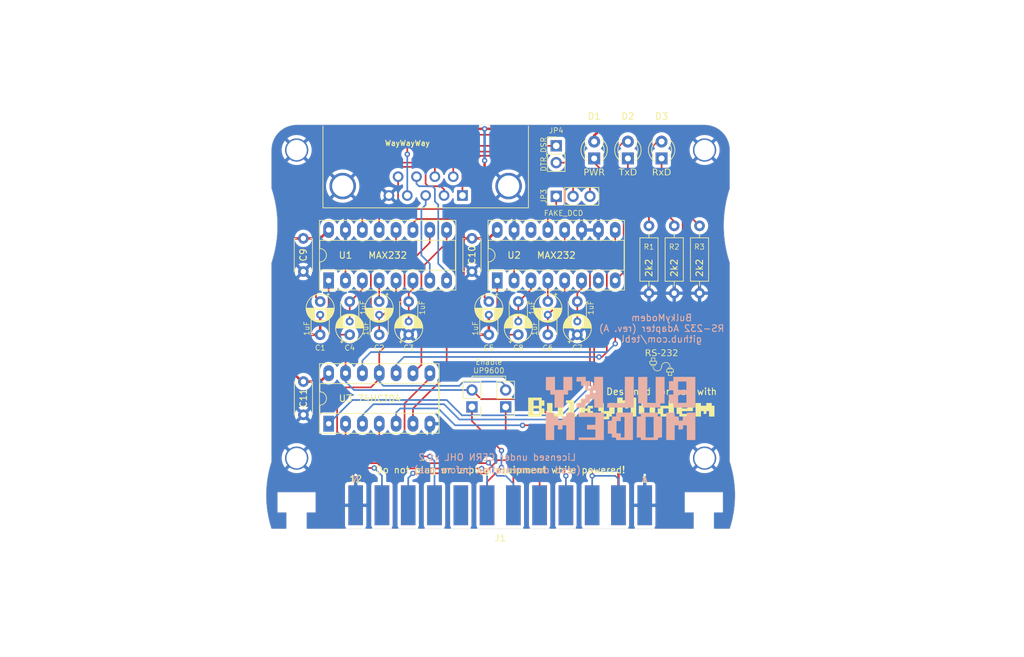
<source format=kicad_pcb>
(kicad_pcb (version 20240108) (generator "pcbnew") (generator_version "8.0")
  (layers (0 "F.Cu" signal) (31 "B.Cu" signal) (34 "B.Paste" user) (35 "F.Paste" user) (36 "B.SilkS" user "B.Silkscreen") (37 "F.SilkS" user "F.Silkscreen") (38 "B.Mask" user) (39 "F.Mask" user) (44 "Edge.Cuts" user))
  (net 0 "")
  (net 1 "GND")
  (net 2 "Net-(U1-VS+)")
  (net 3 "+5V")
  (net 4 "Net-(U1-C2-)")
  (net 5 "Net-(U1-C2+)")
  (net 6 "Net-(U1-VS-)")
  (net 7 "Net-(U1-C1-)")
  (net 8 "Net-(U1-C1+)")
  (net 9 "Net-(U2-VS+)")
  (net 13 "Net-(U2-C2+)")
  (net 14 "Net-(J1-SP1)")
  (net 17 "Net-(J1-CNT2)")
  (net 20 "Net-(J1-SP2)")
  (net 21 "Net-(U2-C2-)")
  (net 23 "Net-(U2-VS-)")
  (net 24 "Net-(U2-C1-)")
  (net 25 "Net-(U2-C1+)")
  (net 26 "Net-(D1-K)")
  (net 27 "Net-(D2-A)")
  (net 28 "C64.CTS")
  (net 29 "C64.RI")
  (net 30 "C64.DCD")
  (net 31 "C64.RXD")
  (net 32 "Net-(D2-K)")
  (net 33 "C64.RTS")
  (net 34 "C64.TXD")
  (net 35 "/RS-232/DTE.DCD")
  (net 36 "Net-(JP3-C)")
  (net 37 "Net-(JP3-B)")
  (net 38 "Net-(JP4-A)")
  (net 39 "Net-(D3-K)")
  (net 40 "/RS-232/DTE.RxD")
  (net 41 "Net-(U1-T1IN)")
  (net 42 "/RS-232/DTE.TxD")
  (net 43 "Net-(U1-R2OUT)")
  (net 44 "/RS-232/DTE.CTS")
  (net 45 "/RS-232/DTE.RTS")
  (net 46 "/RS-232/DTE.RI")
  (net 47 "Net-(U2-R2OUT)")
  (net 48 "Net-(U2-R1OUT)")
  (net 51 "Net-(D3-A)")
  (footprint "C64_User_Port:C64_User-Port" (layer "F.Cu") (at 173.355 105.41)
    (property "Reference" "J1")
    (property "Value" "C64_UserPort")
  )
  (footprint "mounting:M3_pin" (layer "F.Cu") (at 182.372 51.833498)
    (property "Reference" "M3" (hide yes))
    (property "Value" "Mounting" (hide yes))
  )
  (footprint "mounting:M3_pin" (layer "F.Cu") (at 120.904 51.833498)
    (property "Reference" "M4" (hide yes))
    (property "Value" "Mounting" (hide yes))
  )
  (footprint "mounting:M3_pin" (layer "F.Cu") (at 182.372 98.298)
    (property "Reference" "M2" (hide yes))
    (property "Value" "Mounting" (hide yes))
  )
  (footprint "mounting:M3_pin" (layer "F.Cu") (at 120.904 98.298)
    (property "Reference" "M1" (hide yes))
    (property "Value" "Mounting" (hide yes))
  )
  (footprint "Connector_PinHeader_2.54mm:PinHeader_1x02_P2.54mm_Vertical" (layer "F.Cu") (at 152.4 90.568499 180)
    (property "Reference" "JP1" (hide yes))
    (property "Value" "UP9600")
  )
  (footprint "Connector_PinHeader_2.54mm:PinHeader_1x02_P2.54mm_Vertical" (layer "F.Cu") (at 147.32 90.568499 180)
    (property "Reference" "JP2" (hide yes))
    (property "Value" "UP9600")
  )
  (footprint "BulkyModem:CP_Radial_D4.0mm_P2.00mm_Custom" (layer "F.Cu") (at 124.45 74.683499 -90)
    (property "Reference" "C1")
    (property "Value" "1uF")
  )
  (footprint "Package_DIP:DIP-16_W7.62mm_Socket_LongPads" (layer "F.Cu") (at 151.13 71.508499 90)
    (property "Reference" "U2")
    (property "Value" "MAX232")
  )
  (footprint "Connector_PinHeader_2.54mm:PinHeader_1x03_P2.54mm_Vertical" (layer "F.Cu") (at 160.02 58.818499 90)
    (property "Reference" "JP3")
    (property "Value" "FAKE_DCD")
  )
  (footprint "artwork:BulkyModem_small" (layer "F.Cu") (at 169.8244 90.805)
    (property "Reference" "G***" (hide yes))
    (property "Value" "LOGO" (hide yes))
  )
  (footprint "Connector_PinHeader_2.54mm:PinHeader_1x02_P2.54mm_Vertical" (layer "F.Cu") (at 160.02 51.198499)
    (property "Reference" "JP4")
    (property "Value" "DTR_DSR")
  )
  (footprint "BulkyModem:CP_Radial_D4.0mm_P2.00mm_Custom" (layer "F.Cu") (at 154.305 79.683499 90)
    (property "Reference" "C8")
    (property "Value" "1uF")
  )
  (footprint "BulkyModem:CP_Radial_D4.0mm_P2.00mm_Custom" (layer "F.Cu") (at 158.75 74.683499 -90)
    (property "Reference" "C6")
    (property "Value" "1uF")
  )
  (footprint "Capacitor_THT:C_Disc_D4.7mm_W2.5mm_P5.00mm" (layer "F.Cu") (at 121.91 65.158499 -90)
    (property "Reference" "C9")
    (property "Value" "100nF")
  )
  (footprint "RND_DSUB:DSUB-9_Male_Horizontal_P2.77x2.84mm_EdgePinOffset7.70mm_Housed_MountingHolesOffset9.12mm" (layer "F.Cu") (at 145.885 58.691498 180)
    (property "Reference" "J2" (hide yes))
    (property "Value" "RS-232")
  )
  (footprint "Capacitor_THT:C_Disc_D4.7mm_W2.5mm_P5.00mm" (layer "F.Cu") (at 121.92 86.758499 -90)
    (property "Reference" "C11")
    (property "Value" "100nF")
  )
  (footprint "BulkyModem:CP_Radial_D4.0mm_P2.00mm_Custom" (layer "F.Cu") (at 137.785 79.683499 90)
    (property "Reference" "C3")
    (property "Value" "1uF")
  )
  (footprint "LED_THT:LED_D3.0mm" (layer "F.Cu") (at 170.815 53.103499 90)
    (property "Reference" "D2")
    (property "Value" "TxD")
  )
  (footprint "BulkyModem:CP_Radial_D4.0mm_P2.00mm_Custom" (layer "F.Cu") (at 128.895 79.683499 90)
    (property "Reference" "C4")
    (property "Value" "1uF")
  )
  (footprint "Capacitor_THT:C_Disc_D4.7mm_W2.5mm_P5.00mm" (layer "F.Cu") (at 147.32 65.158499 -90)
    (property "Reference" "C10")
    (property "Value" "100nF")
  )
  (footprint "LED_THT:LED_D3.0mm" (layer "F.Cu") (at 175.895 53.103499 90)
    (property "Reference" "D3")
    (property "Value" "RxD")
  )
  (footprint "resistor:R_Axial_DIN0207_L6.3mm_D2.5mm_P10.16mm_Horizontal" (layer "F.Cu") (at 173.99 63.263499 -90)
    (property "Reference" "R1")
    (property "Value" "2k2")
  )
  (footprint "LED_THT:LED_D3.0mm" (layer "F.Cu") (at 165.735 53.103499 90)
    (property "Reference" "D1")
    (property "Value" "PWR")
  )
  (footprint "artwork:RS-232" (layer "F.Cu") (at 175.895 84.455)
    (property "Reference" "REF**" (hide yes))
    (property "Value" "RS-232" (hide yes))
  )
  (footprint "Package_DIP:DIP-14_W7.62mm_Socket_LongPads" (layer "F.Cu") (at 125.73 93.108499 90)
    (property "Reference" "U3")
    (property "Value" "74HCT04")
  )
  (footprint "BulkyModem:CP_Radial_D4.0mm_P2.00mm_Custom" (layer "F.Cu") (at 133.34 74.683499 -90)
    (property "Reference" "C2")
    (property "Value" "1uF")
  )
  (footprint "Package_DIP:DIP-16_W7.62mm_Socket_LongPads" (layer "F.Cu") (at 125.72 71.508499 90)
    (property "Reference" "U1")
    (property "Value" "MAX232")
  )
  (footprint "BulkyModem:CP_Radial_D4.0mm_P2.00mm_Custom" (layer "F.Cu") (at 163.195 79.683499 90)
    (property "Reference" "C7")
    (property "Value" "1uF")
  )
  (footprint "BulkyModem:CP_Radial_D4.0mm_P2.00mm_Custom" (layer "F.Cu") (at 149.86 74.683499 -90)
    (property "Reference" "C5")
    (property "Value" "1uF")
  )
  (footprint "resistor:R_Axial_DIN0207_L6.3mm_D2.5mm_P10.16mm_Horizontal" (layer "F.Cu") (at 181.61 63.263499 -90)
    (property "Reference" "R3")
    (property "Value" "2k2")
  )
  (footprint "resistor:R_Axial_DIN0207_L6.3mm_D2.5mm_P10.16mm_Horizontal" (layer "F.Cu") (at 177.8 63.263499 -90)
    (property "Reference" "R2")
    (property "Value" "2k2")
  )
  (footprint "artwork:BulkyModem" (layer "B.Cu") (at 169.545 90.805 180)
    (property "Reference" "G***" (hide yes))
    (property "Value" "LOGO" (hide yes))
  )
  (gr_line (start 147.32 86.948999) (end 147.32 85.932999) (stroke (width 0.12)) (layer "F.SilkS"))
  (gr_line (start 152.4 85.932999) (end 152.4 86.948999) (stroke (width 0.12)) (layer "F.SilkS"))
  (gr_line (start 147.32 85.932999) (end 152.4 85.932999) (stroke (width 0.12)) (layer "F.SilkS"))
  (gr_line (start 151.638 48.023498) (end 182.372 48.023498) (stroke (width 0.05)) (layer "Edge.Cuts"))
  (gr_arc (start 186.182 68.819499) (mid 185.288047 63.231499) (end 186.182 57.6435) (stroke (width 0.05)) (layer "Edge.Cuts"))
  (gr_line (start 117.094 57.6435) (end 117.094 51.833498) (stroke (width 0.05)) (layer "Edge.Cuts"))
  (gr_line (start 186.182 57.6435) (end 186.182 51.833498) (stroke (width 0.05)) (layer "Edge.Cuts"))
  (gr_line (start 180.76164 106.46156) (end 180.76164 108.966) (stroke (width 0.05)) (layer "Edge.Cuts"))
  (gr_line (start 183.769 106.46156) (end 183.769 108.966) (stroke (width 0.05)) (layer "Edge.Cuts"))
  (gr_line (start 182.26532 103.46156) (end 179.41532 103.46156) (stroke (width 0.05)) (layer "Edge.Cuts"))
  (gr_line (start 182.26532 103.46156) (end 185.11532 103.46156) (stroke (width 0.05)) (layer "Edge.Cuts"))
  (gr_line (start 185.11532 103.46156) (end 185.11532 106.46156) (stroke (width 0.05)) (layer "Edge.Cuts"))
  (gr_line (start 179.41532 103.46156) (end 179.41532 106.46156) (stroke (width 0.05)) (layer "Edge.Cuts"))
  (gr_line (start 179.41532 106.46156) (end 180.76164 106.46156) (stroke (width 0.05)) (layer "Edge.Cuts"))
  (gr_line (start 183.769 106.46156) (end 185.11532 106.46156) (stroke (width 0.05)) (layer "Edge.Cuts"))
  (gr_line (start 117.094 108.966) (end 119.38 108.966) (stroke (width 0.05)) (layer "Edge.Cuts"))
  (gr_line (start 122.38736 106.46156) (end 122.38736 108.966) (stroke (width 0.05)) (layer "Edge.Cuts"))
  (gr_line (start 120.88368 103.46156) (end 123.73368 103.46156) (stroke (width 0.05)) (layer "Edge.Cuts"))
  (gr_line (start 119.38 106.46156) (end 119.38 108.966) (stroke (width 0.05)) (layer "Edge.Cuts"))
  (gr_line (start 123.73368 103.46156) (end 123.73368 106.46156) (stroke (width 0.05)) (layer "Edge.Cuts"))
  (gr_line (start 118.03368 103.46156) (end 118.03368 106.46156) (stroke (width 0.05)) (layer "Edge.Cuts"))
  (gr_line (start 122.38736 106.46156) (end 123.73368 106.46156) (stroke (width 0.05)) (layer "Edge.Cuts"))
  (gr_line (start 120.88368 103.46156) (end 118.03368 103.46156) (stroke (width 0.05)) (layer "Edge.Cuts"))
  (gr_line (start 118.03368 106.46156) (end 119.38 106.46156) (stroke (width 0.05)) (layer "Edge.Cuts"))
  (gr_arc (start 117.094 108.966) (mid 116.294919 103.886) (end 117.094 98.806001) (stroke (width 0.05)) (layer "Edge.Cuts"))
  (gr_arc (start 182.372 48.023498) (mid 185.066077 49.139421) (end 186.182 51.833498) (stroke (width 0.05)) (layer "Edge.Cuts"))
  (gr_line (start 151.638 108.966) (end 122.38736 108.966) (stroke (width 0.05)) (layer "Edge.Cuts"))
  (gr_arc (start 117.094 51.833498) (mid 118.209924 49.139422) (end 120.904 48.023498) (stroke (width 0.05)) (layer "Edge.Cuts"))
  (gr_arc (start 186.182 98.806001) (mid 186.981081 103.886001) (end 186.182 108.966) (stroke (width 0.05)) (layer "Edge.Cuts"))
  (gr_line (start 117.094 98.806001) (end 117.094 68.819499) (stroke (width 0.05)) (layer "Edge.Cuts"))
  (gr_arc (start 117.094 57.6435) (mid 117.987953 63.231499) (end 117.094 68.819499) (stroke (width 0.05)) (layer "Edge.Cuts"))
  (gr_line (start 186.182 98.806001) (end 186.182 68.819499) (stroke (width 0.05)) (layer "Edge.Cuts"))
  (gr_line (start 186.182 108.966) (end 183.769 108.966) (stroke (width 0.05)) (layer "Edge.Cuts"))
  (gr_line (start 151.638 48.023498) (end 120.904 48.023498) (stroke (width 0.05)) (layer "Edge.Cuts"))
  (gr_line (start 151.638 108.966) (end 180.76164 108.966) (stroke (width 0.05)) (layer "Edge.Cuts"))
  (gr_text "(read documentation before use)" (at 151.13 100.076 0) (layer "B.SilkS") (effects (font (size 1 1)) (justify mirror)))
  (gr_text "BulkyModem\nRS-232 Adapter (rev. A)\ngithub.com/tebl" (at 175.895 78.74 0) (layer "B.SilkS") (effects (font (size 1 1)) (justify mirror)))
  (gr_text "Licensed under CERN OHL v1.2" (at 151.13 98.171 0) (layer "B.SilkS") (effects (font (size 1 1)) (justify mirror)))
  (gr_text "Do not plug or unplug equipment while powered!" (at 151.638 100.076 0) (layer "F.SilkS") (effects (font (size 1 1))))
  (gr_text "Enable\nUP9600" (at 149.86 84.455 0) (layer "F.SilkS") (effects (font (size 0.8 0.8) (thickness 0.1))))
  (gr_text "Designed for use with" (at 175.895 88.265 0) (layer "F.SilkS") (effects (font (size 1 1))))
  (gr_text "RS-232" (at 175.895 81.915 -0) (layer "F.SilkS") (effects (font (size 1 1)) (justify top)))
  (gr_text "WayWayWay" (at 137.575 50.8 0) (layer "F.SilkS") (effects (font (size 0.8 0.8))))
  (segment (start 173.355 105.41) (end 173.355 100.839) (width 0.381) (layer "F.Cu") (net 1))
  (segment (start 173.355 100.839) (end 173.354 100.838) (width 0.381) (layer "F.Cu") (net 1))
  (segment (start 129.795 100.839) (end 129.794 100.838) (width 0.381) (layer "F.Cu") (net 1))
  (segment (start 129.795 105.41) (end 129.795 100.839) (width 0.381) (layer "F.Cu") (net 1))
  (via (at 173.354 100.838) (size 0.8) (drill 0.4) (layers "F.Cu" "B.Cu") (net 1))
  (via (at 129.794 100.838) (size 0.8) (drill 0.4) (layers "F.Cu" "B.Cu") (net 1))
  (segment (start 129.795 100.839) (end 129.795 105.41) (width 0.381) (layer "B.Cu") (net 1))
  (segment (start 173.354 100.838) (end 173.355 100.839) (width 0.381) (layer "B.Cu") (net 1))
  (segment (start 129.794 100.838) (end 129.795 100.839) (width 0.381) (layer "B.Cu") (net 1))
  (segment (start 173.355 100.839) (end 173.355 105.41) (width 0.381) (layer "B.Cu") (net 1))
  (segment (start 128.26 69.603499) (end 128.26 71.508499) (width 0.25) (layer "F.Cu") (net 2))
  (segment (start 125.085 68.968499) (end 127.625 68.968499) (width 0.25) (layer "F.Cu") (net 2))
  (segment (start 123.815 70.238499) (end 125.085 68.968499) (width 0.25) (layer "F.Cu") (net 2))
  (segment (start 124.45 74.683499) (end 123.815 74.048499) (width 0.25) (layer "F.Cu") (net 2))
  (segment (start 123.815 74.048499) (end 123.815 70.238499) (width 0.25) (layer "F.Cu") (net 2))
  (segment (start 127.625 68.968499) (end 128.26 69.603499) (width 0.25) (layer "F.Cu") (net 2))
  (segment (start 165.735 49.657) (end 166.751 48.641) (width 0.381) (layer "F.Cu") (net 3))
  (segment (start 149.225 48.641) (end 129.557499 48.641) (width 0.381) (layer "F.Cu") (net 3))
  (segment (start 149.225 53.43) (end 149.225 60.325) (width 0.381) (layer "F.Cu") (net 3))
  (segment (start 121.91 65.158499) (end 124.45 65.158499) (width 0.381) (layer "F.Cu") (net 3))
  (segment (start 146.05 66.665) (end 146.05 65.024) (width 0.381) (layer "F.Cu") (net 3))
  (segment (start 120.015 65.168499) (end 121.9 65.168499) (width 0.381) (layer "F.Cu") (net 3))
  (segment (start 146.184499 65.158499) (end 146.05 65.024) (width 0.381) (layer "F.Cu") (net 3))
  (segment (start 124.46 86.758499) (end 125.73 85.488499) (width 0.381) (layer "F.Cu") (net 3))
  (segment (start 146.04 66.675) (end 146.05 66.665) (width 0.381) (layer "F.Cu") (net 3))
  (segment (start 146.05 63.5) (end 149.225 60.325) (width 0.381) (layer "F.Cu") (net 3))
  (segment (start 146.05 65.024) (end 146.05 63.5) (width 0.381) (layer "F.Cu") (net 3))
  (segment (start 146.04 66.675) (end 146.04 77.968) (width 0.381) (layer "F.Cu") (net 3))
  (segment (start 147.32 65.158499) (end 149.86 65.158499) (width 0.381) (layer "F.Cu") (net 3))
  (segment (start 149.86 65.158499) (end 151.13 63.888499) (width 0.381) (layer "F.Cu") (net 3))
  (segment (start 166.751 48.641) (end 176.911 48.641) (width 0.381) (layer "F.Cu") (net 3))
  (segment (start 124.45 79.683499) (end 124.45 76.683499) (width 0.381) (layer "F.Cu") (net 3))
  (segment (start 165.735 50.563499) (end 165.735 49.657) (width 0.381) (layer "F.Cu") (net 3))
  (segment (start 184.15 74.474) (end 169.395 89.229) (width 0.381) (layer "F.Cu") (net 3))
  (segment (start 169.395 89.229) (end 169.395 105.41) (width 0.381) (layer "F.Cu") (net 3))
  (segment (start 176.911 48.641) (end 177.8 49.53) (width 0.381) (layer "F.Cu") (net 3))
  (segment (start 120.015 85.09) (end 121.683499 86.758499) (width 0.381) (layer "F.Cu") (net 3))
  (segment (start 120.015 58.183499) (end 120.015 65.168499) (width 0.381) (layer "F.Cu") (net 3))
  (segment (start 124.45 79.683499) (end 120.105 79.683499) (width 0.381) (layer "F.Cu") (net 3))
  (segment (start 147.32 65.158499) (end 146.184499 65.158499) (width 0.381) (layer "F.Cu") (net 3))
  (segment (start 120.015 79.773499) (end 120.015 85.09) (width 0.381) (layer "F.Cu") (net 3))
  (segment (start 177.8 49.53) (end 177.8 55.88) (width 0.381) (layer "F.Cu") (net 3))
  (segment (start 124.45 65.158499) (end 125.72 63.888499) (width 0.381) (layer "F.Cu") (net 3))
  (segment (start 120.015 65.168499) (end 120.015 79.773499) (width 0.381) (layer "F.Cu") (net 3))
  (segment (start 149.86 79.683499) (end 149.86 76.683499) (width 0.381) (layer "F.Cu") (net 3))
  (segment (start 129.557499 48.641) (end 120.015 58.183499) (width 0.381) (layer "F.Cu") (net 3))
  (segment (start 184.15 62.23) (end 184.15 74.474) (width 0.381) (layer "F.Cu") (net 3))
  (segment (start 121.92 86.758499) (end 124.46 86.758499) (width 0.381) (layer "F.Cu") (net 3))
  (segment (start 177.8 55.88) (end 184.15 62.23) (width 0.381) (layer "F.Cu") (net 3))
  (segment (start 147.755499 79.683499) (end 149.86 79.683499) (width 0.381) (layer "F.Cu") (net 3))
  (segment (start 146.04 77.968) (end 147.755499 79.683499) (width 0.381) (layer "F.Cu") (net 3))
  (segment (start 166.751 48.641) (end 149.225 48.641) (width 0.381) (layer "F.Cu") (net 3))
  (segment (start 120.105 79.683499) (end 120.015 79.773499) (width 0.381) (layer "F.Cu") (net 3))
  (via (at 149.225 48.641) (size 0.8) (drill 0.4) (layers "F.Cu" "B.Cu") (net 3))
  (via (at 149.225 53.43) (size 0.8) (drill 0.4) (layers "F.Cu" "B.Cu") (net 3))
  (segment (start 149.225 53.43) (end 149.225 48.641) (width 0.381) (layer "B.Cu") (net 3))
  (segment (start 135.88 74.740999) (end 133.9375 76.683499) (width 0.25) (layer "F.Cu") (net 4))
  (segment (start 135.88 71.508499) (end 135.88 74.740999) (width 0.25) (layer "F.Cu") (net 4))
  (segment (start 133.34 76.683499) (end 133.34 79.683499) (width 0.25) (layer "F.Cu") (net 4))
  (segment (start 133.9375 76.683499) (end 133.34 76.683499) (width 0.25) (layer "F.Cu") (net 4))
  (segment (start 133.34 74.683499) (end 133.34 71.508499) (width 0.25) (layer "F.Cu") (net 5))
  (segment (start 137.785 73.413499) (end 137.785 74.683499) (width 0.25) (layer "F.Cu") (net 6))
  (segment (start 138.42 71.508499) (end 138.42 72.778499) (width 0.25) (layer "F.Cu") (net 6))
  (segment (start 138.42 72.778499) (end 137.785 73.413499) (width 0.25) (layer "F.Cu") (net 6))
  (segment (start 137.785 74.683499) (end 137.785 77.683499) (width 0.25) (layer "F.Cu") (net 6))
  (segment (start 130.8 72.858499) (end 130.8 71.508499) (width 0.25) (layer "F.Cu") (net 7))
  (segment (start 128.895 74.763499) (end 130.8 72.858499) (width 0.25) (layer "F.Cu") (net 7))
  (segment (start 128.895 77.763499) (end 128.895 74.763499) (width 0.25) (layer "F.Cu") (net 7))
  (segment (start 127.09 79.683499) (end 128.895 79.683499) (width 0.25) (layer "F.Cu") (net 8))
  (segment (start 125.72 71.508499) (end 125.72 78.493499) (width 0.25) (layer "F.Cu") (net 8))
  (segment (start 127 79.773499) (end 127.09 79.683499) (width 0.25) (layer "F.Cu") (net 8))
  (segment (start 125.72 78.493499) (end 127 79.773499) (width 0.25) (layer "F.Cu") (net 8))
  (segment (start 149.86 74.683499) (end 149.225 74.048499) (width 0.25) (layer "F.Cu") (net 9))
  (segment (start 149.225 74.048499) (end 149.225 70.238499) (width 0.25) (layer "F.Cu") (net 9))
  (segment (start 150.495 68.968499) (end 153.035 68.968499) (width 0.25) (layer "F.Cu") (net 9))
  (segment (start 153.67 69.603499) (end 153.67 71.508499) (width 0.25) (layer "F.Cu") (net 9))
  (segment (start 149.225 70.238499) (end 150.495 68.968499) (width 0.25) (layer "F.Cu") (net 9))
  (segment (start 153.035 68.968499) (end 153.67 69.603499) (width 0.25) (layer "F.Cu") (net 9))
  (segment (start 158.75 74.683499) (end 158.75 71.508499) (width 0.25) (layer "F.Cu") (net 13))
  (segment (start 157.515 99.095) (end 152.4 93.98) (width 0.25) (layer "F.Cu") (net 14))
  (segment (start 152.4 93.98) (end 152.4 90.568499) (width 0.25) (layer "F.Cu") (net 14))
  (segment (start 157.515 105.41) (end 157.515 99.095) (width 0.25) (layer "F.Cu") (net 14))
  (segment (start 138.43 100.584) (end 149.225 100.584) (width 0.25) (layer "F.Cu") (net 17))
  (segment (start 151.204 98.605) (end 152.961 98.605) (width 0.25) (layer "F.Cu") (net 17))
  (segment (start 153.555 99.199) (end 153.555 105.41) (width 0.25) (layer "F.Cu") (net 17))
  (segment (start 152.961 98.605) (end 153.555 99.199) (width 0.25) (layer "F.Cu") (net 17))
  (segment (start 149.225 100.584) (end 151.204 98.605) (width 0.25) (layer "F.Cu") (net 17))
  (via (at 138.43 100.584) (size 0.8) (drill 0.4) (layers "F.Cu" "B.Cu") (net 17))
  (segment (start 137.715 101.6938) (end 137.715 105.41) (width 0.25) (layer "B.Cu") (net 17))
  (segment (start 137.7188 101.2952) (end 137.7188 101.69) (width 0.25) (layer "B.Cu") (net 17))
  (segment (start 137.7188 101.69) (end 137.715 101.6938) (width 0.25) (layer "B.Cu") (net 17))
  (segment (start 138.43 100.584) (end 137.7188 101.2952) (width 0.25) (layer "B.Cu") (net 17))
  (segment (start 147.32 92.71) (end 151.765 97.155) (width 0.25) (layer "F.Cu") (net 20))
  (segment (start 151.765 99.695) (end 149.595 101.865) (width 0.25) (layer "F.Cu") (net 20))
  (segment (start 149.595 101.865) (end 149.595 105.41) (width 0.25) (layer "F.Cu") (net 20))
  (segment (start 147.32 90.568499) (end 147.32 92.71) (width 0.25) (layer "F.Cu") (net 20))
  (via (at 151.765 99.695) (size 0.8) (drill 0.4) (layers "F.Cu" "B.Cu") (net 20))
  (via (at 151.765 97.155) (size 0.8) (drill 0.4) (layers "F.Cu" "B.Cu") (net 20))
  (segment (start 151.765 99.695) (end 151.765 97.155) (width 0.25) (layer "B.Cu") (net 20))
  (segment (start 161.29 74.143499) (end 158.75 76.683499) (width 0.25) (layer "F.Cu") (net 21))
  (segment (start 158.75 76.683499) (end 158.75 79.683499) (width 0.25) (layer "F.Cu") (net 21))
  (segment (start 161.29 71.508499) (end 161.29 74.143499) (width 0.25) (layer "F.Cu") (net 21))
  (segment (start 163.83 71.508499) (end 163.83 72.778499) (width 0.25) (layer "F.Cu") (net 23))
  (segment (start 163.83 72.778499) (end 163.195 73.413499) (width 0.25) (layer "F.Cu") (net 23))
  (segment (start 163.195 74.683499) (end 163.195 77.683499) (width 0.25) (layer "F.Cu") (net 23))
  (segment (start 163.195 73.413499) (end 163.195 74.683499) (width 0.25) (layer "F.Cu") (net 23))
  (segment (start 156.21 72.858499) (end 156.21 71.508499) (width 0.25) (layer "F.Cu") (net 24))
  (segment (start 154.305 77.763499) (end 154.305 74.763499) (width 0.25) (layer "F.Cu") (net 24))
  (segment (start 154.305 74.763499) (end 156.21 72.858499) (width 0.25) (layer "F.Cu") (net 24))
  (segment (start 152.49 79.683499) (end 154.305 79.683499) (width 0.25) (layer "F.Cu") (net 25))
  (segment (start 152.4 79.773499) (end 152.49 79.683499) (width 0.25) (layer "F.Cu") (net 25))
  (segment (start 151.13 78.503499) (end 152.4 79.773499) (width 0.25) (layer "F.Cu") (net 25))
  (segment (start 151.13 71.508499) (end 151.13 78.503499) (width 0.25) (layer "F.Cu") (net 25))
  (segment (start 165.735 53.738499) (end 173.99 61.993499) (width 0.25) (layer "F.Cu") (net 26))
  (segment (start 173.99 61.993499) (end 173.99 63.263499) (width 0.25) (layer "F.Cu") (net 26))
  (segment (start 168.91 51.833499) (end 170.18 50.563499) (width 0.25) (layer "F.Cu") (net 27))
  (segment (start 175.895 61.993499) (end 168.91 55.008499) (width 0.25) (layer "F.Cu") (net 27))
  (segment (start 167.64 82.313499) (end 167.64 75.963499) (width 0.25) (layer "F.Cu") (net 27))
  (segment (start 175.895 67.708499) (end 175.895 61.993499) (width 0.25) (layer "F.Cu") (net 27))
  (segment (start 166.915 83.038499) (end 167.64 82.313499) (width 0.25) (layer "F.Cu") (net 27))
  (segment (start 167.64 75.963499) (end 175.895 67.708499) (width 0.25) (layer "F.Cu") (net 27))
  (segment (start 168.91 55.008499) (end 168.91 51.833499) (width 0.25) (layer "F.Cu") (net 27))
  (segment (start 166.46 83.038499) (end 166.915 83.038499) (width 0.25) (layer "F.Cu") (net 27))
  (via (at 166.46 83.038499) (size 0.8) (drill 0.4) (layers "F.Cu" "B.Cu") (net 27))
  (segment (start 166.46 83.038499) (end 137.07 83.038499) (width 0.25) (layer "B.Cu") (net 27))
  (segment (start 137.07 83.038499) (end 135.89 84.218499) (width 0.25) (layer "B.Cu") (net 27))
  (segment (start 135.89 84.218499) (end 135.89 85.488499) (width 0.25) (layer "B.Cu") (net 27))
  (segment (start 140.97 98.044) (end 138.049 98.044) (width 0.25) (layer "F.Cu") (net 28))
  (segment (start 137.16 97.155) (end 137.16 90.051749) (width 0.25) (layer "F.Cu") (net 28))
  (segment (start 138.049 98.044) (end 137.16 97.155) (width 0.25) (layer "F.Cu") (net 28))
  (segment (start 137.16 90.051749) (end 140.97 86.241749) (width 0.25) (layer "F.Cu") (net 28))
  (via (at 140.97 98.044) (size 0.8) (drill 0.4) (layers "F.Cu" "B.Cu") (net 28))
  (segment (start 141.675 98.749) (end 141.675 105.41) (width 0.25) (layer "B.Cu") (net 28))
  (segment (start 140.97 98.044) (end 141.675 98.749) (width 0.25) (layer "B.Cu") (net 28))
  (segment (start 149.723694 99.06) (end 149.791847 98.991847) (width 0.25) (layer "F.Cu") (net 29))
  (segment (start 133.35 93.108499) (end 133.35 97.79) (width 0.25) (layer "F.Cu") (net 29))
  (segment (start 133.35 97.79) (end 134.62 99.06) (width 0.25) (layer "F.Cu") (net 29))
  (segment (start 134.62 99.06) (end 149.723694 99.06) (width 0.25) (layer "F.Cu") (net 29))
  (via (at 149.791847 98.991847) (size 0.8) (drill 0.4) (layers "F.Cu" "B.Cu") (net 29))
  (segment (start 149.791847 98.991847) (end 150.495 99.695) (width 0.25) (layer "B.Cu") (net 29))
  (segment (start 152.4 100.965) (end 151.13 100.965) (width 0.25) (layer "B.Cu") (net 29))
  (segment (start 153.555 105.41) (end 153.555 102.12) (width 0.25) (layer "B.Cu") (net 29))
  (segment (start 150.495 99.695) (end 150.495 100.33) (width 0.25) (layer "B.Cu") (net 29))
  (segment (start 151.13 100.965) (end 150.495 100.33) (width 0.25) (layer "B.Cu") (net 29))
  (segment (start 153.555 102.12) (end 152.4 100.965) (width 0.25) (layer "B.Cu") (net 29))
  (segment (start 133.096 99.06) (end 129.032 99.06) (width 0.25) (layer "F.Cu") (net 30))
  (segment (start 133.895 99.859) (end 133.096 99.06) (width 0.25) (layer "F.Cu") (net 30))
  (segment (start 128.27 98.298) (end 128.27 93.108499) (width 0.25) (layer "F.Cu") (net 30))
  (segment (start 129.032 99.06) (end 128.27 98.298) (width 0.25) (layer "F.Cu") (net 30))
  (segment (start 148.775847 99.859) (end 133.895 99.859) (width 0.25) (layer "F.Cu") (net 30))
  (via (at 148.775847 99.859) (size 0.8) (drill 0.4) (layers "F.Cu" "B.Cu") (net 30))
  (segment (start 148.775847 99.859) (end 149.595 100.678153) (width 0.25) (layer "B.Cu") (net 30))
  (segment (start 149.595 100.678153) (end 149.595 105.41) (width 0.25) (layer "B.Cu") (net 30))
  (segment (start 156.386697 89.393499) (end 165.435 98.441802) (width 0.25) (layer "F.Cu") (net 31))
  (segment (start 132.08 79.138499) (end 132.08 69.613499) (width 0.25) (layer "F.Cu") (net 31))
  (segment (start 135.88 65.813499) (end 135.88 63.888499) (width 0.25) (layer "F.Cu") (net 31))
  (segment (start 165.435 98.441802) (end 165.435 100.965) (width 0.25) (layer "F.Cu") (net 31))
  (segment (start 128.27 85.488499) (end 128.27 82.948499) (width 0.25) (layer "F.Cu") (net 31))
  (segment (start 147.32 88.028499) (end 148.685 89.393499) (width 0.25) (layer "F.Cu") (net 31))
  (segment (start 148.685 89.393499) (end 156.386697 89.393499) (width 0.25) (layer "F.Cu") (net 31))
  (segment (start 128.27 82.948499) (end 132.08 79.138499) (width 0.25) (layer "F.Cu") (net 31))
  (segment (start 132.08 69.613499) (end 135.88 65.813499) (width 0.25) (layer "F.Cu") (net 31))
  (via (at 165.435 100.965) (size 0.8) (drill 0.4) (layers "F.Cu" "B.Cu") (net 31))
  (segment (start 169.395 101.45) (end 168.91 100.965) (width 0.25) (layer "B.Cu") (net 31))
  (segment (start 165.435 100.965) (end 165.435 105.41) (width 0.25) (layer "B.Cu") (net 31))
  (segment (start 147.32 88.028499) (end 129.54 88.028499) (width 0.25) (layer "B.Cu") (net 31))
  (segment (start 169.395 105.41) (end 169.395 101.45) (width 0.25) (layer "B.Cu") (net 31))
  (segment (start 168.91 100.965) (end 165.435 100.965) (width 0.25) (layer "B.Cu") (net 31))
  (segment (start 128.27 86.758499) (end 128.27 85.488499) (width 0.25) (layer "B.Cu") (net 31))
  (segment (start 129.54 88.028499) (end 128.27 86.758499) (width 0.25) (layer "B.Cu") (net 31))
  (segment (start 170.815 55.643499) (end 170.815 53.103499) (width 0.25) (layer "F.Cu") (net 32))
  (segment (start 177.8 62.628499) (end 170.815 55.643499) (width 0.25) (layer "F.Cu") (net 32))
  (segment (start 161.29 100.78) (end 161.29 95.885) (width 0.25) (layer "F.Cu") (net 33))
  (segment (start 158.75 93.345) (end 154.94 93.345) (width 0.25) (layer "F.Cu") (net 33))
  (segment (start 161.29 95.885) (end 158.75 93.345) (width 0.25) (layer "F.Cu") (net 33))
  (segment (start 161.475 100.965) (end 161.29 100.78) (width 0.25) (layer "F.Cu") (net 33))
  (via (at 154.94 93.345) (size 0.8) (drill 0.4) (layers "F.Cu" "B.Cu") (net 33))
  (via (at 161.475 100.965) (size 0.8) (drill 0.4) (layers "F.Cu" "B.Cu") (net 33))
  (segment (start 135.89 91.44) (end 136.525 90.805) (width 0.25) (layer "B.Cu") (net 33))
  (segment (start 144.78 93.345) (end 154.94 93.345) (width 0.25) (layer "B.Cu") (net 33))
  (segment (start 135.89 93.108499) (end 135.89 91.44) (width 0.25) (layer "B.Cu") (net 33))
  (segment (start 136.525 90.805) (end 142.24 90.805) (width 0.25) (layer "B.Cu") (net 33))
  (segment (start 161.475 100.965) (end 161.475 105.41) (width 0.25) (layer "B.Cu") (net 33))
  (segment (start 142.24 90.805) (end 144.78 93.345) (width 0.25) (layer "B.Cu") (net 33))
  (segment (start 127 88.9) (end 128.27 87.63) (width 0.25) (layer "F.Cu") (net 34))
  (segment (start 135.255 80.408499) (end 135.255 76.598499) (width 0.25) (layer "F.Cu") (net 34))
  (segment (start 135.255 76.598499) (end 136.525 75.328499) (width 0.25) (layer "F.Cu") (net 34))
  (segment (start 128.27 87.63) (end 132.08 87.63) (width 0.25) (layer "F.Cu") (net 34))
  (segment (start 137.16 72.788499) (end 137.16 69.613499) (width 0.25) (layer "F.Cu") (net 34))
  (segment (start 136.525 73.423499) (end 137.16 72.788499) (width 0.25) (layer "F.Cu") (net 34))
  (segment (start 140.96 65.813499) (end 140.96 63.888499) (width 0.25) (layer "F.Cu") (net 34))
  (segment (start 127 98.552) (end 127 88.9) (width 0.25) (layer "F.Cu") (net 34))
  (segment (start 133.35 82.313499) (end 135.255 80.408499) (width 0.25) (layer "F.Cu") (net 34))
  (segment (start 128.233 99.785) (end 127 98.552) (width 0.25) (layer "F.Cu") (net 34))
  (segment (start 132.08 87.63) (end 133.35 86.36) (width 0.25) (layer "F.Cu") (net 34))
  (segment (start 136.525 75.328499) (end 136.525 73.423499) (width 0.25) (layer "F.Cu") (net 34))
  (segment (start 137.16 69.613499) (end 140.96 65.813499) (width 0.25) (layer "F.Cu") (net 34))
  (segment (start 133.35 85.488499) (end 133.35 82.313499) (width 0.25) (layer "F.Cu") (net 34))
  (segment (start 132.588 99.785) (end 128.233 99.785) (width 0.25) (layer "F.Cu") (net 34))
  (via (at 132.588 99.785) (size 0.8) (drill 0.4) (layers "F.Cu" "B.Cu") (net 34))
  (segment (start 151.765 86.758499) (end 146.05 86.758499) (width 0.25) (layer "B.Cu") (net 34))
  (segment (start 152.4 87.393499) (end 151.765 86.758499) (width 0.25) (layer "B.Cu") (net 34))
  (segment (start 133.35 86.758499) (end 133.35 85.488499) (width 0.25) (layer "B.Cu") (net 34))
  (segment (start 145.415 87.393499) (end 133.985 87.393499) (width 0.25) (layer "B.Cu") (net 34))
  (segment (start 133.985 87.393499) (end 133.35 86.758499) (width 0.25) (layer "B.Cu") (net 34))
  (segment (start 133.755 100.952) (end 133.755 105.41) (width 0.25) (layer "B.Cu") (net 34))
  (segment (start 146.05 86.758499) (end 145.415 87.393499) (width 0.25) (layer "B.Cu") (net 34))
  (segment (start 132.588 99.785) (end 133.755 100.952) (width 0.25) (layer "B.Cu") (net 34))
  (segment (start 160.02 58.818499) (end 160.02 60.088499) (width 0.25) (layer "F.Cu") (net 35))
  (segment (start 160.02 60.088499) (end 158.75 61.358499) (width 0.25) (layer "F.Cu") (net 35))
  (segment (start 158.75 61.358499) (end 158.75 63.888499) (width 0.25) (layer "F.Cu") (net 35))
  (segment (start 145.885 53.505) (end 145.885 58.691498) (width 0.25) (layer "F.Cu") (net 36))
  (segment (start 154.305 52.07) (end 147.32 52.07) (width 0.25) (layer "F.Cu") (net 36))
  (segment (start 161.29 55.643499) (end 157.878499 55.643499) (width 0.25) (layer "F.Cu") (net 36))
  (segment (start 147.32 52.07) (end 145.885 53.505) (width 0.25) (layer "F.Cu") (net 36))
  (segment (start 157.878499 55.643499) (end 154.305 52.07) (width 0.25) (layer "F.Cu") (net 36))
  (segment (start 162.56 58.818499) (end 162.56 56.913499) (width 0.25) (layer "F.Cu") (net 36))
  (segment (start 162.56 56.913499) (end 161.29 55.643499) (width 0.25) (layer "F.Cu") (net 36))
  (segment (start 161.526501 49.53) (end 161.925 49.928499) (width 0.25) (layer "F.Cu") (net 37))
  (segment (start 161.925 54.373499) (end 165.1 57.548499) (width 0.25) (layer "F.Cu") (net 37))
  (segment (start 137.575 52.468499) (end 137.575 50.148499) (width 0.25) (layer "F.Cu") (net 37))
  (segment (start 161.925 53.103499) (end 161.29 53.738499) (width 0.25) (layer "F.Cu") (net 37))
  (segment (start 161.925 53.103499) (end 161.925 54.373499) (width 0.25) (layer "F.Cu") (net 37))
  (segment (start 165.1 57.548499) (end 165.1 58.818499) (width 0.25) (layer "F.Cu") (net 37))
  (segment (start 161.925 49.928499) (end 161.925 53.103499) (width 0.25) (layer "F.Cu") (net 37))
  (segment (start 160.02 53.738499) (end 161.29 53.738499) (width 0.25) (layer "F.Cu") (net 37))
  (segment (start 138.193499 49.53) (end 161.526501 49.53) (width 0.25) (layer "F.Cu") (net 37))
  (segment (start 137.575 50.148499) (end 138.193499 49.53) (width 0.25) (layer "F.Cu") (net 37))
  (via (at 137.575 52.468499) (size 0.8) (drill 0.4) (layers "F.Cu" "B.Cu") (net 37))
  (segment (start 137.575 52.468499) (end 137.575 58.691498) (width 0.25) (layer "B.Cu") (net 37))
  (segment (start 144.5 55.851498) (end 144.5 53.62) (width 0.25) (layer "F.Cu") (net 38))
  (segment (start 146.921501 51.198499) (end 160.02 51.198499) (width 0.25) (layer "F.Cu") (net 38))
  (segment (start 144.5 53.62) (end 146.921501 51.198499) (width 0.25) (layer "F.Cu") (net 38))
  (segment (start 181.61 63.263499) (end 175.895 57.548499) (width 0.25) (layer "F.Cu") (net 39))
  (segment (start 175.895 57.548499) (end 175.895 53.103499) (width 0.25) (layer "F.Cu") (net 39))
  (segment (start 133.34 63.888499) (end 133.34 55.018499) (width 0.25) (layer "F.Cu") (net 40))
  (segment (start 143.115 57.788499) (end 143.115 58.691498) (width 0.25) (layer "F.Cu") (net 40))
  (segment (start 140.716 57.294499) (end 142.621 57.294499) (width 0.25) (layer "F.Cu") (net 40))
  (segment (start 140.335 55.008499) (end 140.335 56.913499) (width 0.25) (layer "F.Cu") (net 40))
  (segment (start 139.7 54.373499) (end 140.335 55.008499) (width 0.25) (layer "F.Cu") (net 40))
  (segment (start 142.621 57.294499) (end 143.115 57.788499) (width 0.25) (layer "F.Cu") (net 40))
  (segment (start 133.985 54.373499) (end 139.7 54.373499) (width 0.25) (layer "F.Cu") (net 40))
  (segment (start 133.34 55.018499) (end 133.985 54.373499) (width 0.25) (layer "F.Cu") (net 40))
  (segment (start 140.335 56.913499) (end 140.716 57.294499) (width 0.25) (layer "F.Cu") (net 40))
  (segment (start 138.42 62.875) (end 139.065 62.23) (width 0.25) (layer "F.Cu") (net 41))
  (segment (start 145.415 62.628499) (end 145.415 72.39) (width 0.25) (layer "F.Cu") (net 41))
  (segment (start 138.43 90.805) (end 138.43 93.108499) (width 0.25) (layer "F.Cu") (net 41))
  (segment (start 145.415 72.39) (end 143.51 74.295) (width 0.25) (layer "F.Cu") (net 41))
  (segment (start 143.51 85.725) (end 138.43 90.805) (width 0.25) (layer "F.Cu") (net 41))
  (segment (start 139.065 62.23) (end 145.016501 62.23) (width 0.25) (layer "F.Cu") (net 41))
  (segment (start 143.51 74.295) (end 143.51 85.725) (width 0.25) (layer "F.Cu") (net 41))
  (segment (start 145.016501 62.23) (end 145.415 62.628499) (width 0.25) (layer "F.Cu") (net 41))
  (segment (start 140.345 58.691498) (end 140.345 60.098499) (width 0.25) (layer "B.Cu") (net 42))
  (segment (start 139.7 67.718499) (end 140.96 68.978499) (width 0.25) (layer "B.Cu") (net 42))
  (segment (start 140.345 60.098499) (end 139.7 60.743499) (width 0.25) (layer "B.Cu") (net 42))
  (segment (start 139.7 60.743499) (end 139.7 67.718499) (width 0.25) (layer "B.Cu") (net 42))
  (segment (start 140.96 68.978499) (end 140.96 71.508499) (width 0.25) (layer "B.Cu") (net 42))
  (segment (start 139.7 69.613499) (end 143.5 65.813499) (width 0.25) (layer "F.Cu") (net 43))
  (segment (start 139.7 84.218499) (end 139.7 69.613499) (width 0.25) (layer "F.Cu") (net 43))
  (segment (start 138.43 85.488499) (end 139.7 84.218499) (width 0.25) (layer "F.Cu") (net 43))
  (segment (start 143.5 65.813499) (end 143.5 63.888499) (width 0.25) (layer "F.Cu") (net 43))
  (segment (start 141.732 57.675499) (end 141.732 59.580499) (width 0.25) (layer "B.Cu") (net 44))
  (segment (start 142.24 68.978499) (end 143.5 70.238499) (width 0.25) (layer "B.Cu") (net 44))
  (segment (start 138.96 55.851498) (end 138.96 56.913499) (width 0.25) (layer "B.Cu") (net 44))
  (segment (start 139.341 57.294499) (end 141.351 57.294499) (width 0.25) (layer "B.Cu") (net 44))
  (segment (start 142.24 60.088499) (end 142.24 68.978499) (width 0.25) (layer "B.Cu") (net 44))
  (segment (start 143.5 70.238499) (end 143.5 71.508499) (width 0.25) (layer "B.Cu") (net 44))
  (segment (start 141.351 57.294499) (end 141.732 57.675499) (width 0.25) (layer "B.Cu") (net 44))
  (segment (start 141.732 59.580499) (end 142.24 60.088499) (width 0.25) (layer "B.Cu") (net 44))
  (segment (start 138.96 56.913499) (end 139.341 57.294499) (width 0.25) (layer "B.Cu") (net 44))
  (segment (start 141.73 54.373499) (end 141.73 55.851498) (width 0.25) (layer "F.Cu") (net 45))
  (segment (start 130.8 63.888499) (end 130.8 54.383499) (width 0.25) (layer "F.Cu") (net 45))
  (segment (start 131.445 53.738499) (end 141.095 53.738499) (width 0.25) (layer "F.Cu") (net 45))
  (segment (start 141.095 53.738499) (end 141.73 54.373499) (width 0.25) (layer "F.Cu") (net 45))
  (segment (start 130.8 54.383499) (end 131.445 53.738499) (width 0.25) (layer "F.Cu") (net 45))
  (segment (start 153.67 52.705) (end 148.59 52.705) (width 0.25) (layer "F.Cu") (net 46))
  (segment (start 161.29 60.723499) (end 161.29 57.548499) (width 0.25) (layer "F.Cu") (net 46))
  (segment (start 136.19 59.753499) (end 136.19 55.851498) (width 0.25) (layer "F.Cu") (net 46))
  (segment (start 160.773251 57.031749) (end 157.996749 57.031749) (width 0.25) (layer "F.Cu") (net 46))
  (segment (start 137.16 60.723499) (end 136.19 59.753499) (width 0.25) (layer "F.Cu") (net 46))
  (segment (start 147.955 60.088499) (end 147.32 60.723499) (width 0.25) (layer "F.Cu") (net 46))
  (segment (start 170.18 61.993499) (end 169.545 61.358499) (width 0.25) (layer "F.Cu") (net 46))
  (segment (start 148.59 52.705) (end 147.955 53.34) (width 0.25) (layer "F.Cu") (net 46))
  (segment (start 170.18 70.238499) (end 170.18 61.993499) (width 0.25) (layer "F.Cu") (net 46))
  (segment (start 147.955 53.34) (end 147.955 60.088499) (width 0.25) (layer "F.Cu") (net 46))
  (segment (start 147.32 60.723499) (end 137.16 60.723499) (width 0.25) (layer "F.Cu") (net 46))
  (segment (start 161.29 57.548499) (end 160.773251 57.031749) (width 0.25) (layer "F.Cu") (net 46))
  (segment (start 168.91 71.508499) (end 170.18 70.238499) (width 0.25) (layer "F.Cu") (net 46))
  (segment (start 161.925 61.358499) (end 161.29 60.723499) (width 0.25) (layer "F.Cu") (net 46))
  (segment (start 169.545 61.358499) (end 161.925 61.358499) (width 0.25) (layer "F.Cu") (net 46))
  (segment (start 157.996749 57.031749) (end 153.67 52.705) (width 0.25) (layer "F.Cu") (net 46))
  (segment (start 165.735 75.328499) (end 167.64 73.423499) (width 0.25) (layer "F.Cu") (net 47))
  (segment (start 165.762257 88.288874) (end 165.735 88.261617) (width 0.25) (layer "F.Cu") (net 47))
  (segment (start 167.64 70.248499) (end 168.91 68.978499) (width 0.25) (layer "F.Cu") (net 47))
  (segment (start 167.64 73.423499) (end 167.64 70.248499) (width 0.25) (layer "F.Cu") (net 47))
  (segment (start 165.735 88.261617) (end 165.735 75.328499) (width 0.25) (layer "F.Cu") (net 47))
  (segment (start 168.91 68.978499) (end 168.91 63.888499) (width 0.25) (layer "F.Cu") (net 47))
  (via (at 165.762257 88.288874) (size 0.8) (drill 0.4) (layers "F.Cu" "B.Cu") (net 47))
  (segment (start 132.478499 90.17) (end 130.81 91.838499) (width 0.25) (layer "B.Cu") (net 47))
  (segment (start 165.762257 88.288874) (end 161.577632 92.473499) (width 0.25) (layer "B.Cu") (net 47))
  (segment (start 130.81 91.838499) (end 130.81 93.108499) (width 0.25) (layer "B.Cu") (net 47))
  (segment (start 143.111501 90.17) (end 132.478499 90.17) (width 0.25) (layer "B.Cu") (net 47))
  (segment (start 161.577632 92.473499) (end 145.415 92.473499) (width 0.25) (layer "B.Cu") (net 47))
  (segment (start 145.415 92.473499) (end 143.111501 90.17) (width 0.25) (layer "B.Cu") (net 47))
  (segment (start 165.1 87.54) (end 165.1 70.248499) (width 0.25) (layer "F.Cu") (net 48))
  (segment (start 165.01 87.63) (end 165.1 87.54) (width 0.25) (layer "F.Cu") (net 48))
  (segment (start 165.1 70.248499) (end 161.29 66.438499) (width 0.25) (layer "F.Cu") (net 48))
  (segment (start 161.29 66.438499) (end 161.29 63.888499) (width 0.25) (layer "F.Cu") (net 48))
  (via (at 165.01 87.63) (size 0.8) (drill 0.4) (layers "F.Cu" "B.Cu") (net 48))
  (segment (start 129.303499 89.535) (end 125.73 93.108499) (width 0.25) (layer "B.Cu") (net 48))
  (segment (start 160.801501 91.838499) (end 145.813499 91.838499) (width 0.25) (layer "B.Cu") (net 48))
  (segment (start 145.813499 91.838499) (end 143.51 89.535) (width 0.25) (layer "B.Cu") (net 48))
  (segment (start 143.51 89.535) (end 129.303499 89.535) (width 0.25) (layer "B.Cu") (net 48))
  (segment (start 165.01 87.63) (end 160.801501 91.838499) (width 0.25) (layer "B.Cu") (net 48))
  (segment (start 173.99 51.833499) (end 175.26 50.563499) (width 0.25) (layer "F.Cu") (net 51))
  (segment (start 179.07 61.993499) (end 173.99 56.913499) (width 0.25) (layer "F.Cu") (net 51))
  (segment (start 179.07 65.803499) (end 179.07 61.993499) (width 0.25) (layer "F.Cu") (net 51))
  (segment (start 173.99 56.913499) (end 173.99 51.833499) (width 0.25) (layer "F.Cu") (net 51))
  (segment (start 168.91 75.963499) (end 179.07 65.803499) (width 0.25) (layer "F.Cu") (net 51))
  (segment (start 168.91 81.043499) (end 168.91 75.963499) (width 0.25) (layer "F.Cu") (net 51))
  (via (at 168.91 81.043499) (size 0.8) (drill 0.4) (layers "F.Cu" "B.Cu") (net 51))
  (segment (start 167.64 82.313499) (end 132.08 82.313499) (width 0.25) (layer "B.Cu") (net 51))
  (segment (start 132.08 82.313499) (end 130.81 83.583499) (width 0.25) (layer "B.Cu") (net 51))
  (segment (start 130.81 83.583499) (end 130.81 85.488499) (width 0.25) (layer "B.Cu") (net 51))
  (segment (start 168.91 81.043499) (end 167.64 82.313499) (width 0.25) (layer "B.Cu") (net 51))
  (zone (net 1) (net_name "GND") (layer "B.Cu") (connect_pads (clearance 0.508)) (min_thickness 0.254) (fill yes (thermal_gap 0.508) (thermal_bridge_width 0.508))
    (polygon (pts (xy 230.505 128.27) (xy 76.2 128.27) (xy 76.2 29.21) (xy 230.505 29.21)))
  )
)
</source>
